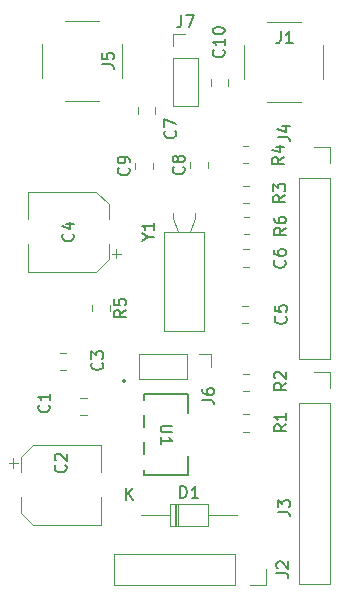
<source format=gbr>
%TF.GenerationSoftware,KiCad,Pcbnew,8.0.4*%
%TF.CreationDate,2025-05-02T23:49:30+05:30*%
%TF.ProjectId,Si4732Board,53693437-3332-4426-9f61-72642e6b6963,rev?*%
%TF.SameCoordinates,Original*%
%TF.FileFunction,Legend,Top*%
%TF.FilePolarity,Positive*%
%FSLAX46Y46*%
G04 Gerber Fmt 4.6, Leading zero omitted, Abs format (unit mm)*
G04 Created by KiCad (PCBNEW 8.0.4) date 2025-05-02 23:49:30*
%MOMM*%
%LPD*%
G01*
G04 APERTURE LIST*
%ADD10C,0.150000*%
%ADD11C,0.152400*%
%ADD12C,0.120000*%
G04 APERTURE END LIST*
D10*
X140045180Y-106523095D02*
X139235657Y-106523095D01*
X139235657Y-106523095D02*
X139140419Y-106570714D01*
X139140419Y-106570714D02*
X139092800Y-106618333D01*
X139092800Y-106618333D02*
X139045180Y-106713571D01*
X139045180Y-106713571D02*
X139045180Y-106904047D01*
X139045180Y-106904047D02*
X139092800Y-106999285D01*
X139092800Y-106999285D02*
X139140419Y-107046904D01*
X139140419Y-107046904D02*
X139235657Y-107094523D01*
X139235657Y-107094523D02*
X140045180Y-107094523D01*
X139045180Y-108094523D02*
X139045180Y-107523095D01*
X139045180Y-107808809D02*
X140045180Y-107808809D01*
X140045180Y-107808809D02*
X139902323Y-107713571D01*
X139902323Y-107713571D02*
X139807085Y-107618333D01*
X139807085Y-107618333D02*
X139759466Y-107523095D01*
X148979819Y-113828333D02*
X149694104Y-113828333D01*
X149694104Y-113828333D02*
X149836961Y-113875952D01*
X149836961Y-113875952D02*
X149932200Y-113971190D01*
X149932200Y-113971190D02*
X149979819Y-114114047D01*
X149979819Y-114114047D02*
X149979819Y-114209285D01*
X148979819Y-113447380D02*
X148979819Y-112828333D01*
X148979819Y-112828333D02*
X149360771Y-113161666D01*
X149360771Y-113161666D02*
X149360771Y-113018809D01*
X149360771Y-113018809D02*
X149408390Y-112923571D01*
X149408390Y-112923571D02*
X149456009Y-112875952D01*
X149456009Y-112875952D02*
X149551247Y-112828333D01*
X149551247Y-112828333D02*
X149789342Y-112828333D01*
X149789342Y-112828333D02*
X149884580Y-112875952D01*
X149884580Y-112875952D02*
X149932200Y-112923571D01*
X149932200Y-112923571D02*
X149979819Y-113018809D01*
X149979819Y-113018809D02*
X149979819Y-113304523D01*
X149979819Y-113304523D02*
X149932200Y-113399761D01*
X149932200Y-113399761D02*
X149884580Y-113447380D01*
X140791666Y-71779819D02*
X140791666Y-72494104D01*
X140791666Y-72494104D02*
X140744047Y-72636961D01*
X140744047Y-72636961D02*
X140648809Y-72732200D01*
X140648809Y-72732200D02*
X140505952Y-72779819D01*
X140505952Y-72779819D02*
X140410714Y-72779819D01*
X141172619Y-71779819D02*
X141839285Y-71779819D01*
X141839285Y-71779819D02*
X141410714Y-72779819D01*
X134079819Y-75943333D02*
X134794104Y-75943333D01*
X134794104Y-75943333D02*
X134936961Y-75990952D01*
X134936961Y-75990952D02*
X135032200Y-76086190D01*
X135032200Y-76086190D02*
X135079819Y-76229047D01*
X135079819Y-76229047D02*
X135079819Y-76324285D01*
X134079819Y-74990952D02*
X134079819Y-75467142D01*
X134079819Y-75467142D02*
X134556009Y-75514761D01*
X134556009Y-75514761D02*
X134508390Y-75467142D01*
X134508390Y-75467142D02*
X134460771Y-75371904D01*
X134460771Y-75371904D02*
X134460771Y-75133809D01*
X134460771Y-75133809D02*
X134508390Y-75038571D01*
X134508390Y-75038571D02*
X134556009Y-74990952D01*
X134556009Y-74990952D02*
X134651247Y-74943333D01*
X134651247Y-74943333D02*
X134889342Y-74943333D01*
X134889342Y-74943333D02*
X134984580Y-74990952D01*
X134984580Y-74990952D02*
X135032200Y-75038571D01*
X135032200Y-75038571D02*
X135079819Y-75133809D01*
X135079819Y-75133809D02*
X135079819Y-75371904D01*
X135079819Y-75371904D02*
X135032200Y-75467142D01*
X135032200Y-75467142D02*
X134984580Y-75514761D01*
X149669819Y-106421666D02*
X149193628Y-106754999D01*
X149669819Y-106993094D02*
X148669819Y-106993094D01*
X148669819Y-106993094D02*
X148669819Y-106612142D01*
X148669819Y-106612142D02*
X148717438Y-106516904D01*
X148717438Y-106516904D02*
X148765057Y-106469285D01*
X148765057Y-106469285D02*
X148860295Y-106421666D01*
X148860295Y-106421666D02*
X149003152Y-106421666D01*
X149003152Y-106421666D02*
X149098390Y-106469285D01*
X149098390Y-106469285D02*
X149146009Y-106516904D01*
X149146009Y-106516904D02*
X149193628Y-106612142D01*
X149193628Y-106612142D02*
X149193628Y-106993094D01*
X149669819Y-105469285D02*
X149669819Y-106040713D01*
X149669819Y-105754999D02*
X148669819Y-105754999D01*
X148669819Y-105754999D02*
X148812676Y-105850237D01*
X148812676Y-105850237D02*
X148907914Y-105945475D01*
X148907914Y-105945475D02*
X148955533Y-106040713D01*
X137983628Y-90536190D02*
X138459819Y-90536190D01*
X137459819Y-90869523D02*
X137983628Y-90536190D01*
X137983628Y-90536190D02*
X137459819Y-90202857D01*
X138459819Y-89345714D02*
X138459819Y-89917142D01*
X138459819Y-89631428D02*
X137459819Y-89631428D01*
X137459819Y-89631428D02*
X137602676Y-89726666D01*
X137602676Y-89726666D02*
X137697914Y-89821904D01*
X137697914Y-89821904D02*
X137745533Y-89917142D01*
X140706905Y-112644819D02*
X140706905Y-111644819D01*
X140706905Y-111644819D02*
X140945000Y-111644819D01*
X140945000Y-111644819D02*
X141087857Y-111692438D01*
X141087857Y-111692438D02*
X141183095Y-111787676D01*
X141183095Y-111787676D02*
X141230714Y-111882914D01*
X141230714Y-111882914D02*
X141278333Y-112073390D01*
X141278333Y-112073390D02*
X141278333Y-112216247D01*
X141278333Y-112216247D02*
X141230714Y-112406723D01*
X141230714Y-112406723D02*
X141183095Y-112501961D01*
X141183095Y-112501961D02*
X141087857Y-112597200D01*
X141087857Y-112597200D02*
X140945000Y-112644819D01*
X140945000Y-112644819D02*
X140706905Y-112644819D01*
X142230714Y-112644819D02*
X141659286Y-112644819D01*
X141945000Y-112644819D02*
X141945000Y-111644819D01*
X141945000Y-111644819D02*
X141849762Y-111787676D01*
X141849762Y-111787676D02*
X141754524Y-111882914D01*
X141754524Y-111882914D02*
X141659286Y-111930533D01*
X136103095Y-112814819D02*
X136103095Y-111814819D01*
X136674523Y-112814819D02*
X136245952Y-112243390D01*
X136674523Y-111814819D02*
X136103095Y-112386247D01*
X148979819Y-82078333D02*
X149694104Y-82078333D01*
X149694104Y-82078333D02*
X149836961Y-82125952D01*
X149836961Y-82125952D02*
X149932200Y-82221190D01*
X149932200Y-82221190D02*
X149979819Y-82364047D01*
X149979819Y-82364047D02*
X149979819Y-82459285D01*
X149313152Y-81173571D02*
X149979819Y-81173571D01*
X148932200Y-81411666D02*
X149646485Y-81649761D01*
X149646485Y-81649761D02*
X149646485Y-81030714D01*
X149579819Y-87001666D02*
X149103628Y-87334999D01*
X149579819Y-87573094D02*
X148579819Y-87573094D01*
X148579819Y-87573094D02*
X148579819Y-87192142D01*
X148579819Y-87192142D02*
X148627438Y-87096904D01*
X148627438Y-87096904D02*
X148675057Y-87049285D01*
X148675057Y-87049285D02*
X148770295Y-87001666D01*
X148770295Y-87001666D02*
X148913152Y-87001666D01*
X148913152Y-87001666D02*
X149008390Y-87049285D01*
X149008390Y-87049285D02*
X149056009Y-87096904D01*
X149056009Y-87096904D02*
X149103628Y-87192142D01*
X149103628Y-87192142D02*
X149103628Y-87573094D01*
X148579819Y-86668332D02*
X148579819Y-86049285D01*
X148579819Y-86049285D02*
X148960771Y-86382618D01*
X148960771Y-86382618D02*
X148960771Y-86239761D01*
X148960771Y-86239761D02*
X149008390Y-86144523D01*
X149008390Y-86144523D02*
X149056009Y-86096904D01*
X149056009Y-86096904D02*
X149151247Y-86049285D01*
X149151247Y-86049285D02*
X149389342Y-86049285D01*
X149389342Y-86049285D02*
X149484580Y-86096904D01*
X149484580Y-86096904D02*
X149532200Y-86144523D01*
X149532200Y-86144523D02*
X149579819Y-86239761D01*
X149579819Y-86239761D02*
X149579819Y-86525475D01*
X149579819Y-86525475D02*
X149532200Y-86620713D01*
X149532200Y-86620713D02*
X149484580Y-86668332D01*
X136104819Y-96726666D02*
X135628628Y-97059999D01*
X136104819Y-97298094D02*
X135104819Y-97298094D01*
X135104819Y-97298094D02*
X135104819Y-96917142D01*
X135104819Y-96917142D02*
X135152438Y-96821904D01*
X135152438Y-96821904D02*
X135200057Y-96774285D01*
X135200057Y-96774285D02*
X135295295Y-96726666D01*
X135295295Y-96726666D02*
X135438152Y-96726666D01*
X135438152Y-96726666D02*
X135533390Y-96774285D01*
X135533390Y-96774285D02*
X135581009Y-96821904D01*
X135581009Y-96821904D02*
X135628628Y-96917142D01*
X135628628Y-96917142D02*
X135628628Y-97298094D01*
X135104819Y-95821904D02*
X135104819Y-96298094D01*
X135104819Y-96298094D02*
X135581009Y-96345713D01*
X135581009Y-96345713D02*
X135533390Y-96298094D01*
X135533390Y-96298094D02*
X135485771Y-96202856D01*
X135485771Y-96202856D02*
X135485771Y-95964761D01*
X135485771Y-95964761D02*
X135533390Y-95869523D01*
X135533390Y-95869523D02*
X135581009Y-95821904D01*
X135581009Y-95821904D02*
X135676247Y-95774285D01*
X135676247Y-95774285D02*
X135914342Y-95774285D01*
X135914342Y-95774285D02*
X136009580Y-95821904D01*
X136009580Y-95821904D02*
X136057200Y-95869523D01*
X136057200Y-95869523D02*
X136104819Y-95964761D01*
X136104819Y-95964761D02*
X136104819Y-96202856D01*
X136104819Y-96202856D02*
X136057200Y-96298094D01*
X136057200Y-96298094D02*
X136009580Y-96345713D01*
X149624580Y-97281666D02*
X149672200Y-97329285D01*
X149672200Y-97329285D02*
X149719819Y-97472142D01*
X149719819Y-97472142D02*
X149719819Y-97567380D01*
X149719819Y-97567380D02*
X149672200Y-97710237D01*
X149672200Y-97710237D02*
X149576961Y-97805475D01*
X149576961Y-97805475D02*
X149481723Y-97853094D01*
X149481723Y-97853094D02*
X149291247Y-97900713D01*
X149291247Y-97900713D02*
X149148390Y-97900713D01*
X149148390Y-97900713D02*
X148957914Y-97853094D01*
X148957914Y-97853094D02*
X148862676Y-97805475D01*
X148862676Y-97805475D02*
X148767438Y-97710237D01*
X148767438Y-97710237D02*
X148719819Y-97567380D01*
X148719819Y-97567380D02*
X148719819Y-97472142D01*
X148719819Y-97472142D02*
X148767438Y-97329285D01*
X148767438Y-97329285D02*
X148815057Y-97281666D01*
X148719819Y-96376904D02*
X148719819Y-96853094D01*
X148719819Y-96853094D02*
X149196009Y-96900713D01*
X149196009Y-96900713D02*
X149148390Y-96853094D01*
X149148390Y-96853094D02*
X149100771Y-96757856D01*
X149100771Y-96757856D02*
X149100771Y-96519761D01*
X149100771Y-96519761D02*
X149148390Y-96424523D01*
X149148390Y-96424523D02*
X149196009Y-96376904D01*
X149196009Y-96376904D02*
X149291247Y-96329285D01*
X149291247Y-96329285D02*
X149529342Y-96329285D01*
X149529342Y-96329285D02*
X149624580Y-96376904D01*
X149624580Y-96376904D02*
X149672200Y-96424523D01*
X149672200Y-96424523D02*
X149719819Y-96519761D01*
X149719819Y-96519761D02*
X149719819Y-96757856D01*
X149719819Y-96757856D02*
X149672200Y-96853094D01*
X149672200Y-96853094D02*
X149624580Y-96900713D01*
X136329580Y-84689166D02*
X136377200Y-84736785D01*
X136377200Y-84736785D02*
X136424819Y-84879642D01*
X136424819Y-84879642D02*
X136424819Y-84974880D01*
X136424819Y-84974880D02*
X136377200Y-85117737D01*
X136377200Y-85117737D02*
X136281961Y-85212975D01*
X136281961Y-85212975D02*
X136186723Y-85260594D01*
X136186723Y-85260594D02*
X135996247Y-85308213D01*
X135996247Y-85308213D02*
X135853390Y-85308213D01*
X135853390Y-85308213D02*
X135662914Y-85260594D01*
X135662914Y-85260594D02*
X135567676Y-85212975D01*
X135567676Y-85212975D02*
X135472438Y-85117737D01*
X135472438Y-85117737D02*
X135424819Y-84974880D01*
X135424819Y-84974880D02*
X135424819Y-84879642D01*
X135424819Y-84879642D02*
X135472438Y-84736785D01*
X135472438Y-84736785D02*
X135520057Y-84689166D01*
X136424819Y-84212975D02*
X136424819Y-84022499D01*
X136424819Y-84022499D02*
X136377200Y-83927261D01*
X136377200Y-83927261D02*
X136329580Y-83879642D01*
X136329580Y-83879642D02*
X136186723Y-83784404D01*
X136186723Y-83784404D02*
X135996247Y-83736785D01*
X135996247Y-83736785D02*
X135615295Y-83736785D01*
X135615295Y-83736785D02*
X135520057Y-83784404D01*
X135520057Y-83784404D02*
X135472438Y-83832023D01*
X135472438Y-83832023D02*
X135424819Y-83927261D01*
X135424819Y-83927261D02*
X135424819Y-84117737D01*
X135424819Y-84117737D02*
X135472438Y-84212975D01*
X135472438Y-84212975D02*
X135520057Y-84260594D01*
X135520057Y-84260594D02*
X135615295Y-84308213D01*
X135615295Y-84308213D02*
X135853390Y-84308213D01*
X135853390Y-84308213D02*
X135948628Y-84260594D01*
X135948628Y-84260594D02*
X135996247Y-84212975D01*
X135996247Y-84212975D02*
X136043866Y-84117737D01*
X136043866Y-84117737D02*
X136043866Y-83927261D01*
X136043866Y-83927261D02*
X135996247Y-83832023D01*
X135996247Y-83832023D02*
X135948628Y-83784404D01*
X135948628Y-83784404D02*
X135853390Y-83736785D01*
X129564580Y-104771666D02*
X129612200Y-104819285D01*
X129612200Y-104819285D02*
X129659819Y-104962142D01*
X129659819Y-104962142D02*
X129659819Y-105057380D01*
X129659819Y-105057380D02*
X129612200Y-105200237D01*
X129612200Y-105200237D02*
X129516961Y-105295475D01*
X129516961Y-105295475D02*
X129421723Y-105343094D01*
X129421723Y-105343094D02*
X129231247Y-105390713D01*
X129231247Y-105390713D02*
X129088390Y-105390713D01*
X129088390Y-105390713D02*
X128897914Y-105343094D01*
X128897914Y-105343094D02*
X128802676Y-105295475D01*
X128802676Y-105295475D02*
X128707438Y-105200237D01*
X128707438Y-105200237D02*
X128659819Y-105057380D01*
X128659819Y-105057380D02*
X128659819Y-104962142D01*
X128659819Y-104962142D02*
X128707438Y-104819285D01*
X128707438Y-104819285D02*
X128755057Y-104771666D01*
X129659819Y-103819285D02*
X129659819Y-104390713D01*
X129659819Y-104104999D02*
X128659819Y-104104999D01*
X128659819Y-104104999D02*
X128802676Y-104200237D01*
X128802676Y-104200237D02*
X128897914Y-104295475D01*
X128897914Y-104295475D02*
X128945533Y-104390713D01*
X134084580Y-101176666D02*
X134132200Y-101224285D01*
X134132200Y-101224285D02*
X134179819Y-101367142D01*
X134179819Y-101367142D02*
X134179819Y-101462380D01*
X134179819Y-101462380D02*
X134132200Y-101605237D01*
X134132200Y-101605237D02*
X134036961Y-101700475D01*
X134036961Y-101700475D02*
X133941723Y-101748094D01*
X133941723Y-101748094D02*
X133751247Y-101795713D01*
X133751247Y-101795713D02*
X133608390Y-101795713D01*
X133608390Y-101795713D02*
X133417914Y-101748094D01*
X133417914Y-101748094D02*
X133322676Y-101700475D01*
X133322676Y-101700475D02*
X133227438Y-101605237D01*
X133227438Y-101605237D02*
X133179819Y-101462380D01*
X133179819Y-101462380D02*
X133179819Y-101367142D01*
X133179819Y-101367142D02*
X133227438Y-101224285D01*
X133227438Y-101224285D02*
X133275057Y-101176666D01*
X133179819Y-100843332D02*
X133179819Y-100224285D01*
X133179819Y-100224285D02*
X133560771Y-100557618D01*
X133560771Y-100557618D02*
X133560771Y-100414761D01*
X133560771Y-100414761D02*
X133608390Y-100319523D01*
X133608390Y-100319523D02*
X133656009Y-100271904D01*
X133656009Y-100271904D02*
X133751247Y-100224285D01*
X133751247Y-100224285D02*
X133989342Y-100224285D01*
X133989342Y-100224285D02*
X134084580Y-100271904D01*
X134084580Y-100271904D02*
X134132200Y-100319523D01*
X134132200Y-100319523D02*
X134179819Y-100414761D01*
X134179819Y-100414761D02*
X134179819Y-100700475D01*
X134179819Y-100700475D02*
X134132200Y-100795713D01*
X134132200Y-100795713D02*
X134084580Y-100843332D01*
X149669819Y-102901666D02*
X149193628Y-103234999D01*
X149669819Y-103473094D02*
X148669819Y-103473094D01*
X148669819Y-103473094D02*
X148669819Y-103092142D01*
X148669819Y-103092142D02*
X148717438Y-102996904D01*
X148717438Y-102996904D02*
X148765057Y-102949285D01*
X148765057Y-102949285D02*
X148860295Y-102901666D01*
X148860295Y-102901666D02*
X149003152Y-102901666D01*
X149003152Y-102901666D02*
X149098390Y-102949285D01*
X149098390Y-102949285D02*
X149146009Y-102996904D01*
X149146009Y-102996904D02*
X149193628Y-103092142D01*
X149193628Y-103092142D02*
X149193628Y-103473094D01*
X148765057Y-102520713D02*
X148717438Y-102473094D01*
X148717438Y-102473094D02*
X148669819Y-102377856D01*
X148669819Y-102377856D02*
X148669819Y-102139761D01*
X148669819Y-102139761D02*
X148717438Y-102044523D01*
X148717438Y-102044523D02*
X148765057Y-101996904D01*
X148765057Y-101996904D02*
X148860295Y-101949285D01*
X148860295Y-101949285D02*
X148955533Y-101949285D01*
X148955533Y-101949285D02*
X149098390Y-101996904D01*
X149098390Y-101996904D02*
X149669819Y-102568332D01*
X149669819Y-102568332D02*
X149669819Y-101949285D01*
X144359580Y-74702857D02*
X144407200Y-74750476D01*
X144407200Y-74750476D02*
X144454819Y-74893333D01*
X144454819Y-74893333D02*
X144454819Y-74988571D01*
X144454819Y-74988571D02*
X144407200Y-75131428D01*
X144407200Y-75131428D02*
X144311961Y-75226666D01*
X144311961Y-75226666D02*
X144216723Y-75274285D01*
X144216723Y-75274285D02*
X144026247Y-75321904D01*
X144026247Y-75321904D02*
X143883390Y-75321904D01*
X143883390Y-75321904D02*
X143692914Y-75274285D01*
X143692914Y-75274285D02*
X143597676Y-75226666D01*
X143597676Y-75226666D02*
X143502438Y-75131428D01*
X143502438Y-75131428D02*
X143454819Y-74988571D01*
X143454819Y-74988571D02*
X143454819Y-74893333D01*
X143454819Y-74893333D02*
X143502438Y-74750476D01*
X143502438Y-74750476D02*
X143550057Y-74702857D01*
X144454819Y-73750476D02*
X144454819Y-74321904D01*
X144454819Y-74036190D02*
X143454819Y-74036190D01*
X143454819Y-74036190D02*
X143597676Y-74131428D01*
X143597676Y-74131428D02*
X143692914Y-74226666D01*
X143692914Y-74226666D02*
X143740533Y-74321904D01*
X143454819Y-73131428D02*
X143454819Y-73036190D01*
X143454819Y-73036190D02*
X143502438Y-72940952D01*
X143502438Y-72940952D02*
X143550057Y-72893333D01*
X143550057Y-72893333D02*
X143645295Y-72845714D01*
X143645295Y-72845714D02*
X143835771Y-72798095D01*
X143835771Y-72798095D02*
X144073866Y-72798095D01*
X144073866Y-72798095D02*
X144264342Y-72845714D01*
X144264342Y-72845714D02*
X144359580Y-72893333D01*
X144359580Y-72893333D02*
X144407200Y-72940952D01*
X144407200Y-72940952D02*
X144454819Y-73036190D01*
X144454819Y-73036190D02*
X144454819Y-73131428D01*
X144454819Y-73131428D02*
X144407200Y-73226666D01*
X144407200Y-73226666D02*
X144359580Y-73274285D01*
X144359580Y-73274285D02*
X144264342Y-73321904D01*
X144264342Y-73321904D02*
X144073866Y-73369523D01*
X144073866Y-73369523D02*
X143835771Y-73369523D01*
X143835771Y-73369523D02*
X143645295Y-73321904D01*
X143645295Y-73321904D02*
X143550057Y-73274285D01*
X143550057Y-73274285D02*
X143502438Y-73226666D01*
X143502438Y-73226666D02*
X143454819Y-73131428D01*
X140259580Y-81564166D02*
X140307200Y-81611785D01*
X140307200Y-81611785D02*
X140354819Y-81754642D01*
X140354819Y-81754642D02*
X140354819Y-81849880D01*
X140354819Y-81849880D02*
X140307200Y-81992737D01*
X140307200Y-81992737D02*
X140211961Y-82087975D01*
X140211961Y-82087975D02*
X140116723Y-82135594D01*
X140116723Y-82135594D02*
X139926247Y-82183213D01*
X139926247Y-82183213D02*
X139783390Y-82183213D01*
X139783390Y-82183213D02*
X139592914Y-82135594D01*
X139592914Y-82135594D02*
X139497676Y-82087975D01*
X139497676Y-82087975D02*
X139402438Y-81992737D01*
X139402438Y-81992737D02*
X139354819Y-81849880D01*
X139354819Y-81849880D02*
X139354819Y-81754642D01*
X139354819Y-81754642D02*
X139402438Y-81611785D01*
X139402438Y-81611785D02*
X139450057Y-81564166D01*
X139354819Y-81230832D02*
X139354819Y-80564166D01*
X139354819Y-80564166D02*
X140354819Y-80992737D01*
X149654819Y-89776666D02*
X149178628Y-90109999D01*
X149654819Y-90348094D02*
X148654819Y-90348094D01*
X148654819Y-90348094D02*
X148654819Y-89967142D01*
X148654819Y-89967142D02*
X148702438Y-89871904D01*
X148702438Y-89871904D02*
X148750057Y-89824285D01*
X148750057Y-89824285D02*
X148845295Y-89776666D01*
X148845295Y-89776666D02*
X148988152Y-89776666D01*
X148988152Y-89776666D02*
X149083390Y-89824285D01*
X149083390Y-89824285D02*
X149131009Y-89871904D01*
X149131009Y-89871904D02*
X149178628Y-89967142D01*
X149178628Y-89967142D02*
X149178628Y-90348094D01*
X148654819Y-88919523D02*
X148654819Y-89109999D01*
X148654819Y-89109999D02*
X148702438Y-89205237D01*
X148702438Y-89205237D02*
X148750057Y-89252856D01*
X148750057Y-89252856D02*
X148892914Y-89348094D01*
X148892914Y-89348094D02*
X149083390Y-89395713D01*
X149083390Y-89395713D02*
X149464342Y-89395713D01*
X149464342Y-89395713D02*
X149559580Y-89348094D01*
X149559580Y-89348094D02*
X149607200Y-89300475D01*
X149607200Y-89300475D02*
X149654819Y-89205237D01*
X149654819Y-89205237D02*
X149654819Y-89014761D01*
X149654819Y-89014761D02*
X149607200Y-88919523D01*
X149607200Y-88919523D02*
X149559580Y-88871904D01*
X149559580Y-88871904D02*
X149464342Y-88824285D01*
X149464342Y-88824285D02*
X149226247Y-88824285D01*
X149226247Y-88824285D02*
X149131009Y-88871904D01*
X149131009Y-88871904D02*
X149083390Y-88919523D01*
X149083390Y-88919523D02*
X149035771Y-89014761D01*
X149035771Y-89014761D02*
X149035771Y-89205237D01*
X149035771Y-89205237D02*
X149083390Y-89300475D01*
X149083390Y-89300475D02*
X149131009Y-89348094D01*
X149131009Y-89348094D02*
X149226247Y-89395713D01*
X148849819Y-119018333D02*
X149564104Y-119018333D01*
X149564104Y-119018333D02*
X149706961Y-119065952D01*
X149706961Y-119065952D02*
X149802200Y-119161190D01*
X149802200Y-119161190D02*
X149849819Y-119304047D01*
X149849819Y-119304047D02*
X149849819Y-119399285D01*
X148945057Y-118589761D02*
X148897438Y-118542142D01*
X148897438Y-118542142D02*
X148849819Y-118446904D01*
X148849819Y-118446904D02*
X148849819Y-118208809D01*
X148849819Y-118208809D02*
X148897438Y-118113571D01*
X148897438Y-118113571D02*
X148945057Y-118065952D01*
X148945057Y-118065952D02*
X149040295Y-118018333D01*
X149040295Y-118018333D02*
X149135533Y-118018333D01*
X149135533Y-118018333D02*
X149278390Y-118065952D01*
X149278390Y-118065952D02*
X149849819Y-118637380D01*
X149849819Y-118637380D02*
X149849819Y-118018333D01*
X149479819Y-83776666D02*
X149003628Y-84109999D01*
X149479819Y-84348094D02*
X148479819Y-84348094D01*
X148479819Y-84348094D02*
X148479819Y-83967142D01*
X148479819Y-83967142D02*
X148527438Y-83871904D01*
X148527438Y-83871904D02*
X148575057Y-83824285D01*
X148575057Y-83824285D02*
X148670295Y-83776666D01*
X148670295Y-83776666D02*
X148813152Y-83776666D01*
X148813152Y-83776666D02*
X148908390Y-83824285D01*
X148908390Y-83824285D02*
X148956009Y-83871904D01*
X148956009Y-83871904D02*
X149003628Y-83967142D01*
X149003628Y-83967142D02*
X149003628Y-84348094D01*
X148813152Y-82919523D02*
X149479819Y-82919523D01*
X148432200Y-83157618D02*
X149146485Y-83395713D01*
X149146485Y-83395713D02*
X149146485Y-82776666D01*
X140979580Y-84614166D02*
X141027200Y-84661785D01*
X141027200Y-84661785D02*
X141074819Y-84804642D01*
X141074819Y-84804642D02*
X141074819Y-84899880D01*
X141074819Y-84899880D02*
X141027200Y-85042737D01*
X141027200Y-85042737D02*
X140931961Y-85137975D01*
X140931961Y-85137975D02*
X140836723Y-85185594D01*
X140836723Y-85185594D02*
X140646247Y-85233213D01*
X140646247Y-85233213D02*
X140503390Y-85233213D01*
X140503390Y-85233213D02*
X140312914Y-85185594D01*
X140312914Y-85185594D02*
X140217676Y-85137975D01*
X140217676Y-85137975D02*
X140122438Y-85042737D01*
X140122438Y-85042737D02*
X140074819Y-84899880D01*
X140074819Y-84899880D02*
X140074819Y-84804642D01*
X140074819Y-84804642D02*
X140122438Y-84661785D01*
X140122438Y-84661785D02*
X140170057Y-84614166D01*
X140503390Y-84042737D02*
X140455771Y-84137975D01*
X140455771Y-84137975D02*
X140408152Y-84185594D01*
X140408152Y-84185594D02*
X140312914Y-84233213D01*
X140312914Y-84233213D02*
X140265295Y-84233213D01*
X140265295Y-84233213D02*
X140170057Y-84185594D01*
X140170057Y-84185594D02*
X140122438Y-84137975D01*
X140122438Y-84137975D02*
X140074819Y-84042737D01*
X140074819Y-84042737D02*
X140074819Y-83852261D01*
X140074819Y-83852261D02*
X140122438Y-83757023D01*
X140122438Y-83757023D02*
X140170057Y-83709404D01*
X140170057Y-83709404D02*
X140265295Y-83661785D01*
X140265295Y-83661785D02*
X140312914Y-83661785D01*
X140312914Y-83661785D02*
X140408152Y-83709404D01*
X140408152Y-83709404D02*
X140455771Y-83757023D01*
X140455771Y-83757023D02*
X140503390Y-83852261D01*
X140503390Y-83852261D02*
X140503390Y-84042737D01*
X140503390Y-84042737D02*
X140551009Y-84137975D01*
X140551009Y-84137975D02*
X140598628Y-84185594D01*
X140598628Y-84185594D02*
X140693866Y-84233213D01*
X140693866Y-84233213D02*
X140884342Y-84233213D01*
X140884342Y-84233213D02*
X140979580Y-84185594D01*
X140979580Y-84185594D02*
X141027200Y-84137975D01*
X141027200Y-84137975D02*
X141074819Y-84042737D01*
X141074819Y-84042737D02*
X141074819Y-83852261D01*
X141074819Y-83852261D02*
X141027200Y-83757023D01*
X141027200Y-83757023D02*
X140979580Y-83709404D01*
X140979580Y-83709404D02*
X140884342Y-83661785D01*
X140884342Y-83661785D02*
X140693866Y-83661785D01*
X140693866Y-83661785D02*
X140598628Y-83709404D01*
X140598628Y-83709404D02*
X140551009Y-83757023D01*
X140551009Y-83757023D02*
X140503390Y-83852261D01*
X131609580Y-90276666D02*
X131657200Y-90324285D01*
X131657200Y-90324285D02*
X131704819Y-90467142D01*
X131704819Y-90467142D02*
X131704819Y-90562380D01*
X131704819Y-90562380D02*
X131657200Y-90705237D01*
X131657200Y-90705237D02*
X131561961Y-90800475D01*
X131561961Y-90800475D02*
X131466723Y-90848094D01*
X131466723Y-90848094D02*
X131276247Y-90895713D01*
X131276247Y-90895713D02*
X131133390Y-90895713D01*
X131133390Y-90895713D02*
X130942914Y-90848094D01*
X130942914Y-90848094D02*
X130847676Y-90800475D01*
X130847676Y-90800475D02*
X130752438Y-90705237D01*
X130752438Y-90705237D02*
X130704819Y-90562380D01*
X130704819Y-90562380D02*
X130704819Y-90467142D01*
X130704819Y-90467142D02*
X130752438Y-90324285D01*
X130752438Y-90324285D02*
X130800057Y-90276666D01*
X131038152Y-89419523D02*
X131704819Y-89419523D01*
X130657200Y-89657618D02*
X131371485Y-89895713D01*
X131371485Y-89895713D02*
X131371485Y-89276666D01*
X149216666Y-73139819D02*
X149216666Y-73854104D01*
X149216666Y-73854104D02*
X149169047Y-73996961D01*
X149169047Y-73996961D02*
X149073809Y-74092200D01*
X149073809Y-74092200D02*
X148930952Y-74139819D01*
X148930952Y-74139819D02*
X148835714Y-74139819D01*
X150216666Y-74139819D02*
X149645238Y-74139819D01*
X149930952Y-74139819D02*
X149930952Y-73139819D01*
X149930952Y-73139819D02*
X149835714Y-73282676D01*
X149835714Y-73282676D02*
X149740476Y-73377914D01*
X149740476Y-73377914D02*
X149645238Y-73425533D01*
X142554819Y-104343333D02*
X143269104Y-104343333D01*
X143269104Y-104343333D02*
X143411961Y-104390952D01*
X143411961Y-104390952D02*
X143507200Y-104486190D01*
X143507200Y-104486190D02*
X143554819Y-104629047D01*
X143554819Y-104629047D02*
X143554819Y-104724285D01*
X142554819Y-103438571D02*
X142554819Y-103629047D01*
X142554819Y-103629047D02*
X142602438Y-103724285D01*
X142602438Y-103724285D02*
X142650057Y-103771904D01*
X142650057Y-103771904D02*
X142792914Y-103867142D01*
X142792914Y-103867142D02*
X142983390Y-103914761D01*
X142983390Y-103914761D02*
X143364342Y-103914761D01*
X143364342Y-103914761D02*
X143459580Y-103867142D01*
X143459580Y-103867142D02*
X143507200Y-103819523D01*
X143507200Y-103819523D02*
X143554819Y-103724285D01*
X143554819Y-103724285D02*
X143554819Y-103533809D01*
X143554819Y-103533809D02*
X143507200Y-103438571D01*
X143507200Y-103438571D02*
X143459580Y-103390952D01*
X143459580Y-103390952D02*
X143364342Y-103343333D01*
X143364342Y-103343333D02*
X143126247Y-103343333D01*
X143126247Y-103343333D02*
X143031009Y-103390952D01*
X143031009Y-103390952D02*
X142983390Y-103438571D01*
X142983390Y-103438571D02*
X142935771Y-103533809D01*
X142935771Y-103533809D02*
X142935771Y-103724285D01*
X142935771Y-103724285D02*
X142983390Y-103819523D01*
X142983390Y-103819523D02*
X143031009Y-103867142D01*
X143031009Y-103867142D02*
X143126247Y-103914761D01*
X149534580Y-92526666D02*
X149582200Y-92574285D01*
X149582200Y-92574285D02*
X149629819Y-92717142D01*
X149629819Y-92717142D02*
X149629819Y-92812380D01*
X149629819Y-92812380D02*
X149582200Y-92955237D01*
X149582200Y-92955237D02*
X149486961Y-93050475D01*
X149486961Y-93050475D02*
X149391723Y-93098094D01*
X149391723Y-93098094D02*
X149201247Y-93145713D01*
X149201247Y-93145713D02*
X149058390Y-93145713D01*
X149058390Y-93145713D02*
X148867914Y-93098094D01*
X148867914Y-93098094D02*
X148772676Y-93050475D01*
X148772676Y-93050475D02*
X148677438Y-92955237D01*
X148677438Y-92955237D02*
X148629819Y-92812380D01*
X148629819Y-92812380D02*
X148629819Y-92717142D01*
X148629819Y-92717142D02*
X148677438Y-92574285D01*
X148677438Y-92574285D02*
X148725057Y-92526666D01*
X148629819Y-91669523D02*
X148629819Y-91859999D01*
X148629819Y-91859999D02*
X148677438Y-91955237D01*
X148677438Y-91955237D02*
X148725057Y-92002856D01*
X148725057Y-92002856D02*
X148867914Y-92098094D01*
X148867914Y-92098094D02*
X149058390Y-92145713D01*
X149058390Y-92145713D02*
X149439342Y-92145713D01*
X149439342Y-92145713D02*
X149534580Y-92098094D01*
X149534580Y-92098094D02*
X149582200Y-92050475D01*
X149582200Y-92050475D02*
X149629819Y-91955237D01*
X149629819Y-91955237D02*
X149629819Y-91764761D01*
X149629819Y-91764761D02*
X149582200Y-91669523D01*
X149582200Y-91669523D02*
X149534580Y-91621904D01*
X149534580Y-91621904D02*
X149439342Y-91574285D01*
X149439342Y-91574285D02*
X149201247Y-91574285D01*
X149201247Y-91574285D02*
X149106009Y-91621904D01*
X149106009Y-91621904D02*
X149058390Y-91669523D01*
X149058390Y-91669523D02*
X149010771Y-91764761D01*
X149010771Y-91764761D02*
X149010771Y-91955237D01*
X149010771Y-91955237D02*
X149058390Y-92050475D01*
X149058390Y-92050475D02*
X149106009Y-92098094D01*
X149106009Y-92098094D02*
X149201247Y-92145713D01*
X130984580Y-109851666D02*
X131032200Y-109899285D01*
X131032200Y-109899285D02*
X131079819Y-110042142D01*
X131079819Y-110042142D02*
X131079819Y-110137380D01*
X131079819Y-110137380D02*
X131032200Y-110280237D01*
X131032200Y-110280237D02*
X130936961Y-110375475D01*
X130936961Y-110375475D02*
X130841723Y-110423094D01*
X130841723Y-110423094D02*
X130651247Y-110470713D01*
X130651247Y-110470713D02*
X130508390Y-110470713D01*
X130508390Y-110470713D02*
X130317914Y-110423094D01*
X130317914Y-110423094D02*
X130222676Y-110375475D01*
X130222676Y-110375475D02*
X130127438Y-110280237D01*
X130127438Y-110280237D02*
X130079819Y-110137380D01*
X130079819Y-110137380D02*
X130079819Y-110042142D01*
X130079819Y-110042142D02*
X130127438Y-109899285D01*
X130127438Y-109899285D02*
X130175057Y-109851666D01*
X130175057Y-109470713D02*
X130127438Y-109423094D01*
X130127438Y-109423094D02*
X130079819Y-109327856D01*
X130079819Y-109327856D02*
X130079819Y-109089761D01*
X130079819Y-109089761D02*
X130127438Y-108994523D01*
X130127438Y-108994523D02*
X130175057Y-108946904D01*
X130175057Y-108946904D02*
X130270295Y-108899285D01*
X130270295Y-108899285D02*
X130365533Y-108899285D01*
X130365533Y-108899285D02*
X130508390Y-108946904D01*
X130508390Y-108946904D02*
X131079819Y-109518332D01*
X131079819Y-109518332D02*
X131079819Y-108899285D01*
D11*
%TO.C,U1*%
X137598000Y-103883000D02*
X137598000Y-104331657D01*
X137598000Y-105638343D02*
X137598000Y-106631657D01*
X137598000Y-107938343D02*
X137598000Y-108931657D01*
X137598000Y-110238344D02*
X137598000Y-110687000D01*
X137598000Y-110687000D02*
X141402000Y-110687000D01*
X141402000Y-103883000D02*
X137598000Y-103883000D01*
X141402000Y-105481657D02*
X141402000Y-103883000D01*
X141402000Y-110687000D02*
X141402000Y-109088343D01*
X136077000Y-102740000D02*
G75*
G02*
X135823000Y-102740000I-127000J0D01*
G01*
X135823000Y-102740000D02*
G75*
G02*
X136077000Y-102740000I127000J0D01*
G01*
D12*
%TO.C,J3*%
X150735000Y-104605000D02*
X150735000Y-119905000D01*
X150735000Y-104605000D02*
X153395000Y-104605000D01*
X150735000Y-119905000D02*
X153395000Y-119905000D01*
X152065000Y-102005000D02*
X153395000Y-102005000D01*
X153395000Y-102005000D02*
X153395000Y-103335000D01*
X153395000Y-104605000D02*
X153395000Y-119905000D01*
%TO.C,J7*%
X140065000Y-73325000D02*
X141125000Y-73325000D01*
X140065000Y-74385000D02*
X140065000Y-73325000D01*
X140065000Y-75385000D02*
X140065000Y-79445000D01*
X140065000Y-75385000D02*
X142185000Y-75385000D01*
X140065000Y-79445000D02*
X142185000Y-79445000D01*
X142185000Y-75385000D02*
X142185000Y-79445000D01*
%TO.C,J5*%
X129030000Y-74195000D02*
X129030000Y-77095000D01*
X133835000Y-72290000D02*
X130935000Y-72290000D01*
X133835000Y-79000000D02*
X130935000Y-79000000D01*
X135740000Y-74195000D02*
X135740000Y-77095000D01*
%TO.C,R1*%
X146047936Y-105550000D02*
X146502064Y-105550000D01*
X146047936Y-107020000D02*
X146502064Y-107020000D01*
%TO.C,Y1*%
X139325000Y-90110000D02*
X139325000Y-98510000D01*
X139325000Y-98510000D02*
X142725000Y-98510000D01*
X140075000Y-88960000D02*
X140075000Y-88510000D01*
X140480000Y-90110000D02*
X140075000Y-88960000D01*
X141570000Y-90110000D02*
X141975000Y-88960000D01*
X141975000Y-88960000D02*
X141975000Y-88510000D01*
X142725000Y-90110000D02*
X139325000Y-90110000D01*
X142725000Y-98510000D02*
X142725000Y-90110000D01*
%TO.C,D1*%
X137355000Y-114110000D02*
X139805000Y-114110000D01*
X139805000Y-113190000D02*
X139805000Y-115030000D01*
X139805000Y-115030000D02*
X143085000Y-115030000D01*
X140261000Y-113190000D02*
X140261000Y-115030000D01*
X140381000Y-113190000D02*
X140381000Y-115030000D01*
X140501000Y-113190000D02*
X140501000Y-115030000D01*
X143085000Y-113190000D02*
X139805000Y-113190000D01*
X143085000Y-115030000D02*
X143085000Y-113190000D01*
X145535000Y-114110000D02*
X143085000Y-114110000D01*
%TO.C,J4*%
X150735000Y-85555000D02*
X150735000Y-100855000D01*
X150735000Y-85555000D02*
X153395000Y-85555000D01*
X150735000Y-100855000D02*
X153395000Y-100855000D01*
X152065000Y-82955000D02*
X153395000Y-82955000D01*
X153395000Y-82955000D02*
X153395000Y-84285000D01*
X153395000Y-85555000D02*
X153395000Y-100855000D01*
%TO.C,R3*%
X146047936Y-86200000D02*
X146502064Y-86200000D01*
X146047936Y-87670000D02*
X146502064Y-87670000D01*
%TO.C,R5*%
X133265000Y-96332936D02*
X133265000Y-96787064D01*
X134735000Y-96332936D02*
X134735000Y-96787064D01*
%TO.C,C5*%
X146448752Y-96400000D02*
X145926248Y-96400000D01*
X146448752Y-97870000D02*
X145926248Y-97870000D01*
%TO.C,C9*%
X136915000Y-84783752D02*
X136915000Y-84261248D01*
X138385000Y-84783752D02*
X138385000Y-84261248D01*
%TO.C,C1*%
X132251248Y-104175000D02*
X132773752Y-104175000D01*
X132251248Y-105645000D02*
X132773752Y-105645000D01*
%TO.C,C3*%
X131073752Y-100350000D02*
X130551248Y-100350000D01*
X131073752Y-101820000D02*
X130551248Y-101820000D01*
%TO.C,R2*%
X146047936Y-102150000D02*
X146502064Y-102150000D01*
X146047936Y-103620000D02*
X146502064Y-103620000D01*
%TO.C,C10*%
X143290000Y-77211248D02*
X143290000Y-77733752D01*
X144760000Y-77211248D02*
X144760000Y-77733752D01*
%TO.C,C7*%
X137090000Y-80108752D02*
X137090000Y-79586248D01*
X138560000Y-80108752D02*
X138560000Y-79586248D01*
%TO.C,R6*%
X146072936Y-88825000D02*
X146527064Y-88825000D01*
X146072936Y-90295000D02*
X146527064Y-90295000D01*
%TO.C,J2*%
X135135000Y-117355000D02*
X135135000Y-120015000D01*
X145355000Y-117355000D02*
X135135000Y-117355000D01*
X145355000Y-117355000D02*
X145355000Y-120015000D01*
X145355000Y-120015000D02*
X135135000Y-120015000D01*
X147955000Y-118685000D02*
X147955000Y-120015000D01*
X147955000Y-120015000D02*
X146625000Y-120015000D01*
%TO.C,R4*%
X146022936Y-82850000D02*
X146477064Y-82850000D01*
X146022936Y-84320000D02*
X146477064Y-84320000D01*
%TO.C,C8*%
X141565000Y-84708752D02*
X141565000Y-84186248D01*
X143035000Y-84708752D02*
X143035000Y-84186248D01*
%TO.C,C4*%
X127840000Y-86700000D02*
X127840000Y-89050000D01*
X127840000Y-93520000D02*
X127840000Y-91170000D01*
X133595563Y-86700000D02*
X127840000Y-86700000D01*
X133595563Y-93520000D02*
X127840000Y-93520000D01*
X134660000Y-87764437D02*
X133595563Y-86700000D01*
X134660000Y-87764437D02*
X134660000Y-89050000D01*
X134660000Y-92455563D02*
X133595563Y-93520000D01*
X134660000Y-92455563D02*
X134660000Y-91170000D01*
X135293750Y-92351250D02*
X135293750Y-91563750D01*
X135687500Y-91957500D02*
X134900000Y-91957500D01*
%TO.C,J1*%
X146120000Y-74285000D02*
X146120000Y-77185000D01*
X148025000Y-72380000D02*
X150925000Y-72380000D01*
X148025000Y-79090000D02*
X150925000Y-79090000D01*
X152830000Y-74285000D02*
X152830000Y-77185000D01*
%TO.C,J6*%
X137215000Y-100475000D02*
X137215000Y-102595000D01*
X141275000Y-100475000D02*
X137215000Y-100475000D01*
X141275000Y-100475000D02*
X141275000Y-102595000D01*
X141275000Y-102595000D02*
X137215000Y-102595000D01*
X142275000Y-100475000D02*
X143335000Y-100475000D01*
X143335000Y-100475000D02*
X143335000Y-101535000D01*
%TO.C,C6*%
X146001248Y-91600000D02*
X146523752Y-91600000D01*
X146001248Y-93070000D02*
X146523752Y-93070000D01*
%TO.C,C2*%
X126187500Y-109687500D02*
X126975000Y-109687500D01*
X126581250Y-109293750D02*
X126581250Y-110081250D01*
X127215000Y-109189437D02*
X127215000Y-110475000D01*
X127215000Y-109189437D02*
X128279437Y-108125000D01*
X127215000Y-113880563D02*
X127215000Y-112595000D01*
X127215000Y-113880563D02*
X128279437Y-114945000D01*
X128279437Y-108125000D02*
X134035000Y-108125000D01*
X128279437Y-114945000D02*
X134035000Y-114945000D01*
X134035000Y-108125000D02*
X134035000Y-110475000D01*
X134035000Y-114945000D02*
X134035000Y-112595000D01*
%TD*%
M02*

</source>
